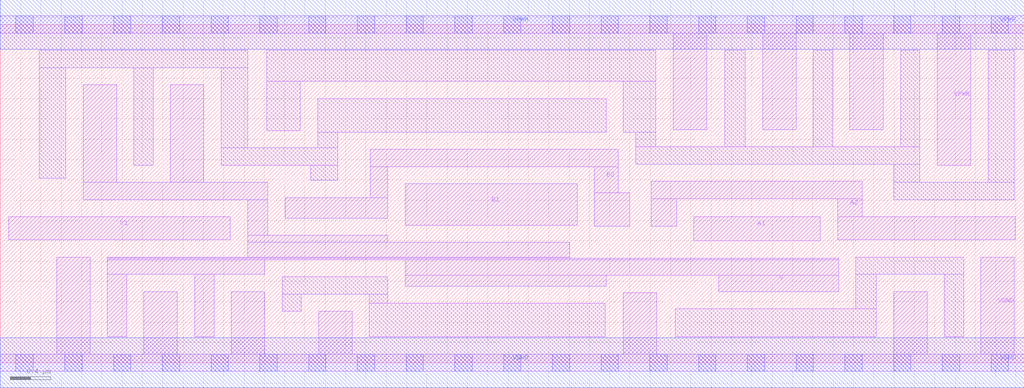
<source format=lef>
# Copyright 2020 The SkyWater PDK Authors
#
# Licensed under the Apache License, Version 2.0 (the "License");
# you may not use this file except in compliance with the License.
# You may obtain a copy of the License at
#
#     https://www.apache.org/licenses/LICENSE-2.0
#
# Unless required by applicable law or agreed to in writing, software
# distributed under the License is distributed on an "AS IS" BASIS,
# WITHOUT WARRANTIES OR CONDITIONS OF ANY KIND, either express or implied.
# See the License for the specific language governing permissions and
# limitations under the License.
#
# SPDX-License-Identifier: Apache-2.0

VERSION 5.7 ;
  NAMESCASESENSITIVE ON ;
  NOWIREEXTENSIONATPIN ON ;
  DIVIDERCHAR "/" ;
  BUSBITCHARS "[]" ;
UNITS
  DATABASE MICRONS 200 ;
END UNITS
MACRO sky130_fd_sc_lp__a221oi_4
  CLASS CORE ;
  SOURCE USER ;
  FOREIGN sky130_fd_sc_lp__a221oi_4 ;
  ORIGIN  0.000000  0.000000 ;
  SIZE  10.08000 BY  3.330000 ;
  SYMMETRY X Y R90 ;
  SITE unit ;
  PIN A1
    ANTENNAGATEAREA  1.260000 ;
    DIRECTION INPUT ;
    USE SIGNAL ;
    PORT
      LAYER li1 ;
        RECT 6.830000 1.200000 8.075000 1.435000 ;
    END
  END A1
  PIN A2
    ANTENNAGATEAREA  1.260000 ;
    DIRECTION INPUT ;
    USE SIGNAL ;
    PORT
      LAYER li1 ;
        RECT 6.410000 1.345000 6.660000 1.615000 ;
        RECT 6.410000 1.615000 8.485000 1.785000 ;
        RECT 8.245000 1.210000 9.995000 1.435000 ;
        RECT 8.245000 1.435000 8.485000 1.615000 ;
    END
  END A2
  PIN B1
    ANTENNAGATEAREA  1.260000 ;
    DIRECTION INPUT ;
    USE SIGNAL ;
    PORT
      LAYER li1 ;
        RECT 3.985000 1.355000 5.680000 1.760000 ;
    END
  END B1
  PIN B2
    ANTENNAGATEAREA  1.260000 ;
    DIRECTION INPUT ;
    USE SIGNAL ;
    PORT
      LAYER li1 ;
        RECT 2.805000 1.425000 3.815000 1.625000 ;
        RECT 3.645000 1.625000 3.815000 1.930000 ;
        RECT 3.645000 1.930000 6.085000 2.100000 ;
        RECT 5.850000 1.345000 6.200000 1.675000 ;
        RECT 5.850000 1.675000 6.085000 1.930000 ;
    END
  END B2
  PIN C1
    ANTENNAGATEAREA  1.260000 ;
    DIRECTION INPUT ;
    USE SIGNAL ;
    PORT
      LAYER li1 ;
        RECT 0.085000 1.210000 2.265000 1.435000 ;
    END
  END C1
  PIN Y
    ANTENNADIFFAREA  2.116800 ;
    DIRECTION OUTPUT ;
    USE SIGNAL ;
    PORT
      LAYER li1 ;
        RECT 0.815000 1.605000 2.635000 1.775000 ;
        RECT 0.815000 1.775000 1.145000 2.735000 ;
        RECT 1.055000 0.255000 1.245000 0.870000 ;
        RECT 1.055000 0.870000 2.605000 1.015000 ;
        RECT 1.055000 1.015000 8.255000 1.030000 ;
        RECT 1.055000 1.030000 5.605000 1.040000 ;
        RECT 1.675000 1.775000 2.005000 2.735000 ;
        RECT 1.915000 0.255000 2.105000 0.870000 ;
        RECT 2.435000 1.040000 5.605000 1.185000 ;
        RECT 2.435000 1.185000 3.815000 1.255000 ;
        RECT 2.435000 1.255000 2.635000 1.605000 ;
        RECT 3.985000 0.755000 5.965000 0.860000 ;
        RECT 3.985000 0.860000 8.255000 1.015000 ;
        RECT 7.075000 0.700000 8.255000 0.860000 ;
    END
  END Y
  PIN VGND
    DIRECTION INOUT ;
    USE GROUND ;
    PORT
      LAYER li1 ;
        RECT 0.000000 -0.085000 10.080000 0.085000 ;
        RECT 0.555000  0.085000  0.885000 1.040000 ;
        RECT 1.415000  0.085000  1.745000 0.700000 ;
        RECT 2.275000  0.085000  2.605000 0.700000 ;
        RECT 3.135000  0.085000  3.465000 0.505000 ;
        RECT 6.135000  0.085000  6.465000 0.690000 ;
        RECT 8.795000  0.085000  9.125000 0.700000 ;
        RECT 9.655000  0.085000  9.985000 1.040000 ;
      LAYER mcon ;
        RECT 0.155000 -0.085000 0.325000 0.085000 ;
        RECT 0.635000 -0.085000 0.805000 0.085000 ;
        RECT 1.115000 -0.085000 1.285000 0.085000 ;
        RECT 1.595000 -0.085000 1.765000 0.085000 ;
        RECT 2.075000 -0.085000 2.245000 0.085000 ;
        RECT 2.555000 -0.085000 2.725000 0.085000 ;
        RECT 3.035000 -0.085000 3.205000 0.085000 ;
        RECT 3.515000 -0.085000 3.685000 0.085000 ;
        RECT 3.995000 -0.085000 4.165000 0.085000 ;
        RECT 4.475000 -0.085000 4.645000 0.085000 ;
        RECT 4.955000 -0.085000 5.125000 0.085000 ;
        RECT 5.435000 -0.085000 5.605000 0.085000 ;
        RECT 5.915000 -0.085000 6.085000 0.085000 ;
        RECT 6.395000 -0.085000 6.565000 0.085000 ;
        RECT 6.875000 -0.085000 7.045000 0.085000 ;
        RECT 7.355000 -0.085000 7.525000 0.085000 ;
        RECT 7.835000 -0.085000 8.005000 0.085000 ;
        RECT 8.315000 -0.085000 8.485000 0.085000 ;
        RECT 8.795000 -0.085000 8.965000 0.085000 ;
        RECT 9.275000 -0.085000 9.445000 0.085000 ;
        RECT 9.755000 -0.085000 9.925000 0.085000 ;
      LAYER met1 ;
        RECT 0.000000 -0.245000 10.080000 0.245000 ;
    END
  END VGND
  PIN VPWR
    DIRECTION INOUT ;
    USE POWER ;
    PORT
      LAYER li1 ;
        RECT 0.000000 3.245000 10.080000 3.415000 ;
        RECT 6.625000 2.295000  6.955000 3.245000 ;
        RECT 7.505000 2.295000  7.835000 3.245000 ;
        RECT 8.365000 2.295000  8.695000 3.245000 ;
        RECT 9.225000 1.945000  9.555000 3.245000 ;
      LAYER mcon ;
        RECT 0.155000 3.245000 0.325000 3.415000 ;
        RECT 0.635000 3.245000 0.805000 3.415000 ;
        RECT 1.115000 3.245000 1.285000 3.415000 ;
        RECT 1.595000 3.245000 1.765000 3.415000 ;
        RECT 2.075000 3.245000 2.245000 3.415000 ;
        RECT 2.555000 3.245000 2.725000 3.415000 ;
        RECT 3.035000 3.245000 3.205000 3.415000 ;
        RECT 3.515000 3.245000 3.685000 3.415000 ;
        RECT 3.995000 3.245000 4.165000 3.415000 ;
        RECT 4.475000 3.245000 4.645000 3.415000 ;
        RECT 4.955000 3.245000 5.125000 3.415000 ;
        RECT 5.435000 3.245000 5.605000 3.415000 ;
        RECT 5.915000 3.245000 6.085000 3.415000 ;
        RECT 6.395000 3.245000 6.565000 3.415000 ;
        RECT 6.875000 3.245000 7.045000 3.415000 ;
        RECT 7.355000 3.245000 7.525000 3.415000 ;
        RECT 7.835000 3.245000 8.005000 3.415000 ;
        RECT 8.315000 3.245000 8.485000 3.415000 ;
        RECT 8.795000 3.245000 8.965000 3.415000 ;
        RECT 9.275000 3.245000 9.445000 3.415000 ;
        RECT 9.755000 3.245000 9.925000 3.415000 ;
      LAYER met1 ;
        RECT 0.000000 3.085000 10.080000 3.575000 ;
    END
  END VPWR
  OBS
    LAYER li1 ;
      RECT 0.385000 1.815000 0.645000 2.905000 ;
      RECT 0.385000 2.905000 2.435000 3.075000 ;
      RECT 1.315000 1.945000 1.505000 2.905000 ;
      RECT 2.175000 1.945000 3.325000 2.115000 ;
      RECT 2.175000 2.115000 2.435000 2.905000 ;
      RECT 2.625000 2.285000 2.955000 2.770000 ;
      RECT 2.625000 2.770000 6.455000 3.075000 ;
      RECT 2.775000 0.505000 2.965000 0.675000 ;
      RECT 2.775000 0.675000 3.815000 0.845000 ;
      RECT 3.055000 1.795000 3.325000 1.945000 ;
      RECT 3.125000 2.115000 3.325000 2.270000 ;
      RECT 3.125000 2.270000 5.965000 2.600000 ;
      RECT 3.635000 0.255000 5.955000 0.585000 ;
      RECT 3.635000 0.585000 3.815000 0.675000 ;
      RECT 6.135000 2.270000 6.455000 2.770000 ;
      RECT 6.255000 1.955000 9.055000 2.125000 ;
      RECT 6.255000 2.125000 6.455000 2.270000 ;
      RECT 6.645000 0.255000 8.625000 0.530000 ;
      RECT 7.135000 2.125000 7.335000 3.075000 ;
      RECT 8.005000 2.125000 8.195000 3.075000 ;
      RECT 8.425000 0.530000 8.625000 0.870000 ;
      RECT 8.425000 0.870000 9.485000 1.040000 ;
      RECT 8.795000 1.605000 9.985000 1.775000 ;
      RECT 8.795000 1.775000 9.055000 1.955000 ;
      RECT 8.865000 2.125000 9.055000 3.075000 ;
      RECT 9.295000 0.255000 9.485000 0.870000 ;
      RECT 9.725000 1.775000 9.985000 3.075000 ;
  END
END sky130_fd_sc_lp__a221oi_4

</source>
